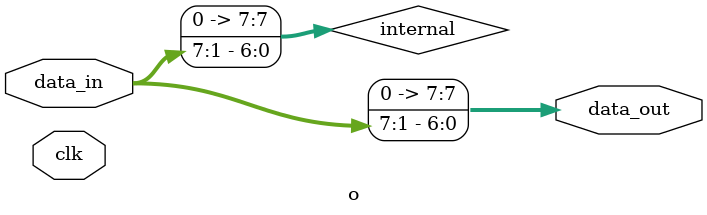
<source format=sv>
module o (
    input logic clk,
    input logic [7:0] data_in,
    output logic [7:0] data_out
);
    logic [7:0] internal;

    assign internal = data_in >> 1;
    assign data_out = internal;

endmodule

</source>
